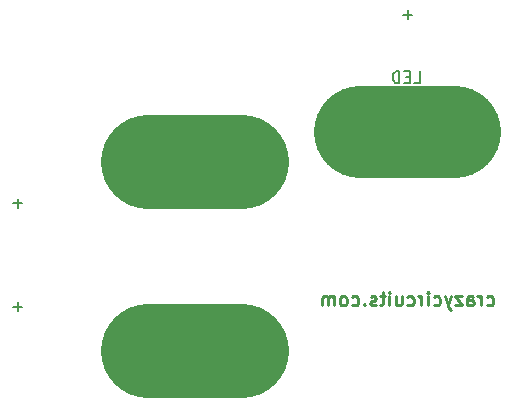
<source format=gbo>
%TF.GenerationSoftware,KiCad,Pcbnew,4.0.4+e1-6308~48~ubuntu16.04.1-stable*%
%TF.CreationDate,2016-12-29T12:32:38-08:00*%
%TF.ProjectId,10mmLED-Button-Battery,31306D6D4C45442D427574746F6E2D42,rev?*%
%TF.FileFunction,Legend,Bot*%
%FSLAX46Y46*%
G04 Gerber Fmt 4.6, Leading zero omitted, Abs format (unit mm)*
G04 Created by KiCad (PCBNEW 4.0.4+e1-6308~48~ubuntu16.04.1-stable) date Thu Dec 29 12:32:38 2016*
%MOMM*%
%LPD*%
G01*
G04 APERTURE LIST*
%ADD10C,0.350000*%
%ADD11C,8.000000*%
%ADD12C,7.800000*%
%ADD13C,0.150000*%
%ADD14C,0.254000*%
G04 APERTURE END LIST*
D10*
D11*
X165301200Y-99568000D02*
X157301200Y-99568000D01*
X165301200Y-115568000D02*
X157301200Y-115568000D01*
D12*
X175323500Y-97028000D02*
X183323500Y-97028000D01*
D13*
X146682152Y-103039429D02*
X145920247Y-103039429D01*
X146301199Y-103420381D02*
X146301199Y-102658476D01*
X146682152Y-111839429D02*
X145920247Y-111839429D01*
X146301199Y-112220381D02*
X146301199Y-111458476D01*
X179866357Y-92880381D02*
X180342548Y-92880381D01*
X180342548Y-91880381D01*
X179533024Y-92356571D02*
X179199690Y-92356571D01*
X179056833Y-92880381D02*
X179533024Y-92880381D01*
X179533024Y-91880381D01*
X179056833Y-91880381D01*
X178628262Y-92880381D02*
X178628262Y-91880381D01*
X178390167Y-91880381D01*
X178247309Y-91928000D01*
X178152071Y-92023238D01*
X178104452Y-92118476D01*
X178056833Y-92308952D01*
X178056833Y-92451810D01*
X178104452Y-92642286D01*
X178152071Y-92737524D01*
X178247309Y-92832762D01*
X178390167Y-92880381D01*
X178628262Y-92880381D01*
X179704452Y-87099429D02*
X178942547Y-87099429D01*
X179323499Y-87480381D02*
X179323499Y-86718476D01*
D14*
X186045928Y-111651143D02*
X186154785Y-111705571D01*
X186372499Y-111705571D01*
X186481357Y-111651143D01*
X186535785Y-111596714D01*
X186590214Y-111487857D01*
X186590214Y-111161286D01*
X186535785Y-111052429D01*
X186481357Y-110998000D01*
X186372499Y-110943571D01*
X186154785Y-110943571D01*
X186045928Y-110998000D01*
X185556071Y-111705571D02*
X185556071Y-110943571D01*
X185556071Y-111161286D02*
X185501643Y-111052429D01*
X185447214Y-110998000D01*
X185338357Y-110943571D01*
X185229500Y-110943571D01*
X184358643Y-111705571D02*
X184358643Y-111106857D01*
X184413072Y-110998000D01*
X184521929Y-110943571D01*
X184739643Y-110943571D01*
X184848500Y-110998000D01*
X184358643Y-111651143D02*
X184467500Y-111705571D01*
X184739643Y-111705571D01*
X184848500Y-111651143D01*
X184902929Y-111542286D01*
X184902929Y-111433429D01*
X184848500Y-111324571D01*
X184739643Y-111270143D01*
X184467500Y-111270143D01*
X184358643Y-111215714D01*
X183923214Y-110943571D02*
X183324500Y-110943571D01*
X183923214Y-111705571D01*
X183324500Y-111705571D01*
X182997928Y-110943571D02*
X182725785Y-111705571D01*
X182453643Y-110943571D02*
X182725785Y-111705571D01*
X182834643Y-111977714D01*
X182889071Y-112032143D01*
X182997928Y-112086571D01*
X181528357Y-111651143D02*
X181637214Y-111705571D01*
X181854928Y-111705571D01*
X181963786Y-111651143D01*
X182018214Y-111596714D01*
X182072643Y-111487857D01*
X182072643Y-111161286D01*
X182018214Y-111052429D01*
X181963786Y-110998000D01*
X181854928Y-110943571D01*
X181637214Y-110943571D01*
X181528357Y-110998000D01*
X181038500Y-111705571D02*
X181038500Y-110943571D01*
X181038500Y-110562571D02*
X181092929Y-110617000D01*
X181038500Y-110671429D01*
X180984072Y-110617000D01*
X181038500Y-110562571D01*
X181038500Y-110671429D01*
X180494214Y-111705571D02*
X180494214Y-110943571D01*
X180494214Y-111161286D02*
X180439786Y-111052429D01*
X180385357Y-110998000D01*
X180276500Y-110943571D01*
X180167643Y-110943571D01*
X179296786Y-111651143D02*
X179405643Y-111705571D01*
X179623357Y-111705571D01*
X179732215Y-111651143D01*
X179786643Y-111596714D01*
X179841072Y-111487857D01*
X179841072Y-111161286D01*
X179786643Y-111052429D01*
X179732215Y-110998000D01*
X179623357Y-110943571D01*
X179405643Y-110943571D01*
X179296786Y-110998000D01*
X178317072Y-110943571D02*
X178317072Y-111705571D01*
X178806929Y-110943571D02*
X178806929Y-111542286D01*
X178752501Y-111651143D01*
X178643643Y-111705571D01*
X178480358Y-111705571D01*
X178371501Y-111651143D01*
X178317072Y-111596714D01*
X177772786Y-111705571D02*
X177772786Y-110943571D01*
X177772786Y-110562571D02*
X177827215Y-110617000D01*
X177772786Y-110671429D01*
X177718358Y-110617000D01*
X177772786Y-110562571D01*
X177772786Y-110671429D01*
X177391786Y-110943571D02*
X176956357Y-110943571D01*
X177228500Y-110562571D02*
X177228500Y-111542286D01*
X177174072Y-111651143D01*
X177065214Y-111705571D01*
X176956357Y-111705571D01*
X176629786Y-111651143D02*
X176520929Y-111705571D01*
X176303214Y-111705571D01*
X176194357Y-111651143D01*
X176139929Y-111542286D01*
X176139929Y-111487857D01*
X176194357Y-111379000D01*
X176303214Y-111324571D01*
X176466500Y-111324571D01*
X176575357Y-111270143D01*
X176629786Y-111161286D01*
X176629786Y-111106857D01*
X176575357Y-110998000D01*
X176466500Y-110943571D01*
X176303214Y-110943571D01*
X176194357Y-110998000D01*
X175650071Y-111596714D02*
X175595643Y-111651143D01*
X175650071Y-111705571D01*
X175704500Y-111651143D01*
X175650071Y-111596714D01*
X175650071Y-111705571D01*
X174615928Y-111651143D02*
X174724785Y-111705571D01*
X174942499Y-111705571D01*
X175051357Y-111651143D01*
X175105785Y-111596714D01*
X175160214Y-111487857D01*
X175160214Y-111161286D01*
X175105785Y-111052429D01*
X175051357Y-110998000D01*
X174942499Y-110943571D01*
X174724785Y-110943571D01*
X174615928Y-110998000D01*
X173962785Y-111705571D02*
X174071643Y-111651143D01*
X174126071Y-111596714D01*
X174180500Y-111487857D01*
X174180500Y-111161286D01*
X174126071Y-111052429D01*
X174071643Y-110998000D01*
X173962785Y-110943571D01*
X173799500Y-110943571D01*
X173690643Y-110998000D01*
X173636214Y-111052429D01*
X173581785Y-111161286D01*
X173581785Y-111487857D01*
X173636214Y-111596714D01*
X173690643Y-111651143D01*
X173799500Y-111705571D01*
X173962785Y-111705571D01*
X173091928Y-111705571D02*
X173091928Y-110943571D01*
X173091928Y-111052429D02*
X173037500Y-110998000D01*
X172928642Y-110943571D01*
X172765357Y-110943571D01*
X172656500Y-110998000D01*
X172602071Y-111106857D01*
X172602071Y-111705571D01*
X172602071Y-111106857D02*
X172547642Y-110998000D01*
X172438785Y-110943571D01*
X172275500Y-110943571D01*
X172166642Y-110998000D01*
X172112214Y-111106857D01*
X172112214Y-111705571D01*
M02*

</source>
